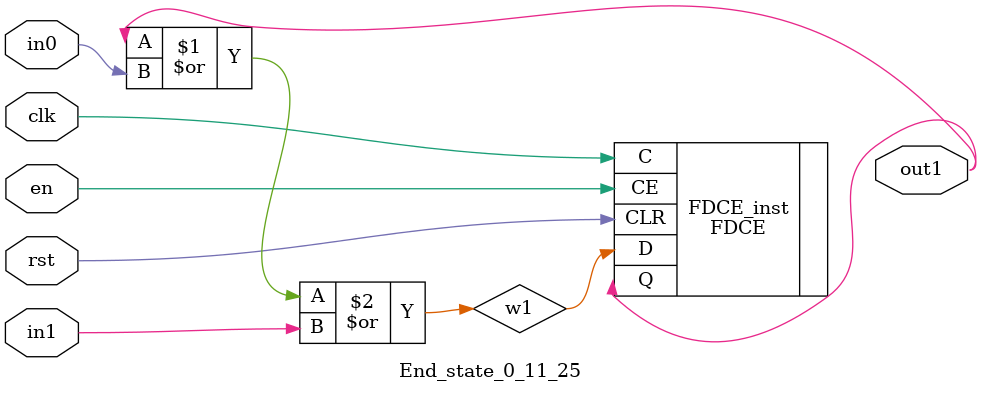
<source format=v>
module engine_0_11(out,clk,sod,en, in_36, in_37, in_38, in_0, in_1, in_3, in_6, in_8, in_10, in_14, in_15, in_16, in_17, in_20, in_26, in_29, in_30);
//pcre: /^User-Agent\x3A[^\r\n]*RX Bar\s+(ver=)?/miH
//block char: \x3A[8], [^\r\n][2], B[0], ^[9], \x20[8], N[0], G[0], S[0], -[0], v[0], a[0], r[0], e[0], =[0], x[0], u[0], t[0], 

	input clk,sod,en;

	input in_36, in_37, in_38, in_0, in_1, in_3, in_6, in_8, in_10, in_14, in_15, in_16, in_17, in_20, in_26, in_29, in_30;
	output out;

	assign w0 = 1'b1;
	state_0_11_1 BlockState_0_11_1 (w1,in_0,clk,en,sod,w0);
	state_0_11_2 BlockState_0_11_2 (w2,in_29,clk,en,sod,w1);
	state_0_11_3 BlockState_0_11_3 (w3,in_8,clk,en,sod,w2);
	state_0_11_4 BlockState_0_11_4 (w4,in_17,clk,en,sod,w3);
	state_0_11_5 BlockState_0_11_5 (w5,in_16,clk,en,sod,w4);
	state_0_11_6 BlockState_0_11_6 (w6,in_10,clk,en,sod,w5);
	state_0_11_7 BlockState_0_11_7 (w7,in_15,clk,en,sod,w6);
	state_0_11_8 BlockState_0_11_8 (w8,in_6,clk,en,sod,w7);
	state_0_11_9 BlockState_0_11_9 (w9,in_17,clk,en,sod,w8);
	state_0_11_10 BlockState_0_11_10 (w10,in_3,clk,en,sod,w9);
	state_0_11_11 BlockState_0_11_11 (w11,in_30,clk,en,sod,w10);
	state_0_11_12 BlockState_0_11_12 (w12,in_36,clk,en,sod,w11);
	state_0_11_13 BlockState_0_11_13 (w13,in_37,clk,en,sod,w13,w12);
	state_0_11_14 BlockState_0_11_14 (w14,in_16,clk,en,sod,w12,w13);
	state_0_11_15 BlockState_0_11_15 (w15,in_26,clk,en,sod,w14);
	state_0_11_16 BlockState_0_11_16 (w16,in_1,clk,en,sod,w15);
	state_0_11_17 BlockState_0_11_17 (w17,in_38,clk,en,sod,w16);
	state_0_11_18 BlockState_0_11_18 (w18,in_15,clk,en,sod,w17);
	state_0_11_19 BlockState_0_11_19 (w19,in_16,clk,en,sod,w18);
	state_0_11_20 BlockState_0_11_20 (w20,in_1,clk,en,sod,w20,w19);
	state_0_11_21 BlockState_0_11_21 (w21,in_14,clk,en,sod,w20);
	state_0_11_22 BlockState_0_11_22 (w22,in_17,clk,en,sod,w21);
	state_0_11_23 BlockState_0_11_23 (w23,in_16,clk,en,sod,w22);
	state_0_11_24 BlockState_0_11_24 (w24,in_20,clk,en,sod,w23);
	End_state_0_11_25 BlockState_0_11_25 (out,clk,en,sod,w20,w24);
endmodule

module state_0_11_1(out1,in_char,clk,en,rst,in0);
	input in_char,clk,en,rst,in0;
	output out1;
	wire w1,w2;
	assign w1 = in0; 
	and(w2,in_char,w1);
	FDCE #(.INIT(1'b0)) FDCE_inst (
		.Q(out1),
		.C(clk),
		.CE(en),
		.CLR(rst),
		.D(w2)
);
endmodule

module state_0_11_2(out1,in_char,clk,en,rst,in0);
	input in_char,clk,en,rst,in0;
	output out1;
	wire w1,w2;
	assign w1 = in0; 
	and(w2,in_char,w1);
	FDCE #(.INIT(1'b0)) FDCE_inst (
		.Q(out1),
		.C(clk),
		.CE(en),
		.CLR(rst),
		.D(w2)
);
endmodule

module state_0_11_3(out1,in_char,clk,en,rst,in0);
	input in_char,clk,en,rst,in0;
	output out1;
	wire w1,w2;
	assign w1 = in0; 
	and(w2,in_char,w1);
	FDCE #(.INIT(1'b0)) FDCE_inst (
		.Q(out1),
		.C(clk),
		.CE(en),
		.CLR(rst),
		.D(w2)
);
endmodule

module state_0_11_4(out1,in_char,clk,en,rst,in0);
	input in_char,clk,en,rst,in0;
	output out1;
	wire w1,w2;
	assign w1 = in0; 
	and(w2,in_char,w1);
	FDCE #(.INIT(1'b0)) FDCE_inst (
		.Q(out1),
		.C(clk),
		.CE(en),
		.CLR(rst),
		.D(w2)
);
endmodule

module state_0_11_5(out1,in_char,clk,en,rst,in0);
	input in_char,clk,en,rst,in0;
	output out1;
	wire w1,w2;
	assign w1 = in0; 
	and(w2,in_char,w1);
	FDCE #(.INIT(1'b0)) FDCE_inst (
		.Q(out1),
		.C(clk),
		.CE(en),
		.CLR(rst),
		.D(w2)
);
endmodule

module state_0_11_6(out1,in_char,clk,en,rst,in0);
	input in_char,clk,en,rst,in0;
	output out1;
	wire w1,w2;
	assign w1 = in0; 
	and(w2,in_char,w1);
	FDCE #(.INIT(1'b0)) FDCE_inst (
		.Q(out1),
		.C(clk),
		.CE(en),
		.CLR(rst),
		.D(w2)
);
endmodule

module state_0_11_7(out1,in_char,clk,en,rst,in0);
	input in_char,clk,en,rst,in0;
	output out1;
	wire w1,w2;
	assign w1 = in0; 
	and(w2,in_char,w1);
	FDCE #(.INIT(1'b0)) FDCE_inst (
		.Q(out1),
		.C(clk),
		.CE(en),
		.CLR(rst),
		.D(w2)
);
endmodule

module state_0_11_8(out1,in_char,clk,en,rst,in0);
	input in_char,clk,en,rst,in0;
	output out1;
	wire w1,w2;
	assign w1 = in0; 
	and(w2,in_char,w1);
	FDCE #(.INIT(1'b0)) FDCE_inst (
		.Q(out1),
		.C(clk),
		.CE(en),
		.CLR(rst),
		.D(w2)
);
endmodule

module state_0_11_9(out1,in_char,clk,en,rst,in0);
	input in_char,clk,en,rst,in0;
	output out1;
	wire w1,w2;
	assign w1 = in0; 
	and(w2,in_char,w1);
	FDCE #(.INIT(1'b0)) FDCE_inst (
		.Q(out1),
		.C(clk),
		.CE(en),
		.CLR(rst),
		.D(w2)
);
endmodule

module state_0_11_10(out1,in_char,clk,en,rst,in0);
	input in_char,clk,en,rst,in0;
	output out1;
	wire w1,w2;
	assign w1 = in0; 
	and(w2,in_char,w1);
	FDCE #(.INIT(1'b0)) FDCE_inst (
		.Q(out1),
		.C(clk),
		.CE(en),
		.CLR(rst),
		.D(w2)
);
endmodule

module state_0_11_11(out1,in_char,clk,en,rst,in0);
	input in_char,clk,en,rst,in0;
	output out1;
	wire w1,w2;
	assign w1 = in0; 
	and(w2,in_char,w1);
	FDCE #(.INIT(1'b0)) FDCE_inst (
		.Q(out1),
		.C(clk),
		.CE(en),
		.CLR(rst),
		.D(w2)
);
endmodule

module state_0_11_12(out1,in_char,clk,en,rst,in0);
	input in_char,clk,en,rst,in0;
	output out1;
	wire w1,w2;
	assign w1 = in0; 
	and(w2,in_char,w1);
	FDCE #(.INIT(1'b0)) FDCE_inst (
		.Q(out1),
		.C(clk),
		.CE(en),
		.CLR(rst),
		.D(w2)
);
endmodule

module state_0_11_13(out1,in_char,clk,en,rst,in0,in1);
	input in_char,clk,en,rst,in0,in1;
	output out1;
	wire w1,w2;
	or(w1,in0,in1);
	and(w2,in_char,w1);
	FDCE #(.INIT(1'b0)) FDCE_inst (
		.Q(out1),
		.C(clk),
		.CE(en),
		.CLR(rst),
		.D(w2)
);
endmodule

module state_0_11_14(out1,in_char,clk,en,rst,in0,in1);
	input in_char,clk,en,rst,in0,in1;
	output out1;
	wire w1,w2;
	or(w1,in0,in1);
	and(w2,in_char,w1);
	FDCE #(.INIT(1'b0)) FDCE_inst (
		.Q(out1),
		.C(clk),
		.CE(en),
		.CLR(rst),
		.D(w2)
);
endmodule

module state_0_11_15(out1,in_char,clk,en,rst,in0);
	input in_char,clk,en,rst,in0;
	output out1;
	wire w1,w2;
	assign w1 = in0; 
	and(w2,in_char,w1);
	FDCE #(.INIT(1'b0)) FDCE_inst (
		.Q(out1),
		.C(clk),
		.CE(en),
		.CLR(rst),
		.D(w2)
);
endmodule

module state_0_11_16(out1,in_char,clk,en,rst,in0);
	input in_char,clk,en,rst,in0;
	output out1;
	wire w1,w2;
	assign w1 = in0; 
	and(w2,in_char,w1);
	FDCE #(.INIT(1'b0)) FDCE_inst (
		.Q(out1),
		.C(clk),
		.CE(en),
		.CLR(rst),
		.D(w2)
);
endmodule

module state_0_11_17(out1,in_char,clk,en,rst,in0);
	input in_char,clk,en,rst,in0;
	output out1;
	wire w1,w2;
	assign w1 = in0; 
	and(w2,in_char,w1);
	FDCE #(.INIT(1'b0)) FDCE_inst (
		.Q(out1),
		.C(clk),
		.CE(en),
		.CLR(rst),
		.D(w2)
);
endmodule

module state_0_11_18(out1,in_char,clk,en,rst,in0);
	input in_char,clk,en,rst,in0;
	output out1;
	wire w1,w2;
	assign w1 = in0; 
	and(w2,in_char,w1);
	FDCE #(.INIT(1'b0)) FDCE_inst (
		.Q(out1),
		.C(clk),
		.CE(en),
		.CLR(rst),
		.D(w2)
);
endmodule

module state_0_11_19(out1,in_char,clk,en,rst,in0);
	input in_char,clk,en,rst,in0;
	output out1;
	wire w1,w2;
	assign w1 = in0; 
	and(w2,in_char,w1);
	FDCE #(.INIT(1'b0)) FDCE_inst (
		.Q(out1),
		.C(clk),
		.CE(en),
		.CLR(rst),
		.D(w2)
);
endmodule

module state_0_11_20(out1,in_char,clk,en,rst,in0,in1);
	input in_char,clk,en,rst,in0,in1;
	output out1;
	wire w1,w2;
	or(w1,in0,in1);
	and(w2,in_char,w1);
	FDCE #(.INIT(1'b0)) FDCE_inst (
		.Q(out1),
		.C(clk),
		.CE(en),
		.CLR(rst),
		.D(w2)
);
endmodule

module state_0_11_21(out1,in_char,clk,en,rst,in0);
	input in_char,clk,en,rst,in0;
	output out1;
	wire w1,w2;
	assign w1 = in0; 
	and(w2,in_char,w1);
	FDCE #(.INIT(1'b0)) FDCE_inst (
		.Q(out1),
		.C(clk),
		.CE(en),
		.CLR(rst),
		.D(w2)
);
endmodule

module state_0_11_22(out1,in_char,clk,en,rst,in0);
	input in_char,clk,en,rst,in0;
	output out1;
	wire w1,w2;
	assign w1 = in0; 
	and(w2,in_char,w1);
	FDCE #(.INIT(1'b0)) FDCE_inst (
		.Q(out1),
		.C(clk),
		.CE(en),
		.CLR(rst),
		.D(w2)
);
endmodule

module state_0_11_23(out1,in_char,clk,en,rst,in0);
	input in_char,clk,en,rst,in0;
	output out1;
	wire w1,w2;
	assign w1 = in0; 
	and(w2,in_char,w1);
	FDCE #(.INIT(1'b0)) FDCE_inst (
		.Q(out1),
		.C(clk),
		.CE(en),
		.CLR(rst),
		.D(w2)
);
endmodule

module state_0_11_24(out1,in_char,clk,en,rst,in0);
	input in_char,clk,en,rst,in0;
	output out1;
	wire w1,w2;
	assign w1 = in0; 
	and(w2,in_char,w1);
	FDCE #(.INIT(1'b0)) FDCE_inst (
		.Q(out1),
		.C(clk),
		.CE(en),
		.CLR(rst),
		.D(w2)
);
endmodule

module End_state_0_11_25(out1,clk,en,rst,in0,in1);
	input clk,rst,en,in0,in1;
	output out1;
	wire w1;
	or(w1,out1,in0,in1);
	FDCE #(.INIT(1'b0)) FDCE_inst (
		.Q(out1),
		.C(clk),
		.CE(en),
		.CLR(rst),
		.D(w1)
);
endmodule


</source>
